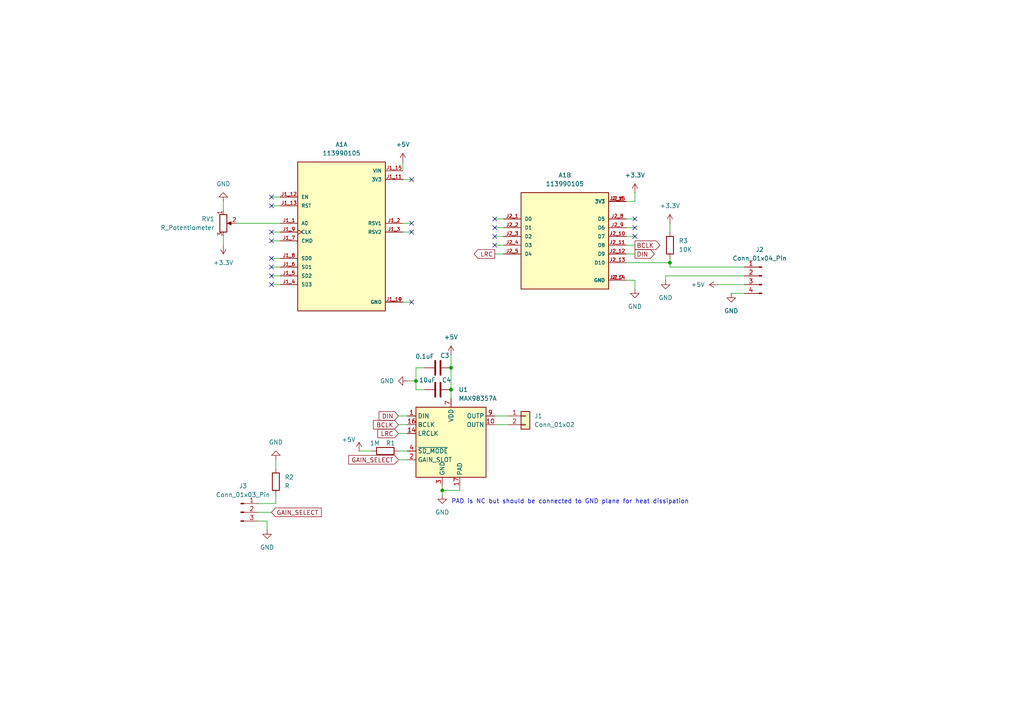
<source format=kicad_sch>
(kicad_sch (version 20231120) (generator "eeschema") (generator_version "8.0")
  (paper "A4")
  (lib_symbols
    (symbol "Audio:MAX98357A"
      (property "Reference" "U" (at -8.89 11.43 0))
      (property "Value" "MAX98357A" (at 10.16 11.43 0))
      (symbol "MAX98357A_1_1"
        (rectangle (start -10.16 10.16) (end 10.16 -10.16) (stroke (width 0.254)) (fill (type background)))
        (pin input line (at -12.7 7.62 0) (length 2.54) (name "DIN") (number "1"))
        (pin output line (at 12.7 5.08 180) (length 2.54) (name "OUTN") (number "10"))
        (pin passive line (at -2.54 -12.7 90) (length 2.54) hide (name "GND") (number "11"))
        (pin no_connect line (at 10.16 -5.08 180) (length 2.54) hide (name "NC") (number "12"))
        (pin no_connect line (at 10.16 -7.62 180) (length 2.54) hide (name "NC") (number "13"))
        (pin input line (at -12.7 2.54 0) (length 2.54) (name "LRCLK") (number "14"))
        (pin passive line (at -2.54 -12.7 90) (length 2.54) hide (name "GND") (number "15"))
        (pin input line (at -12.7 5.08 0) (length 2.54) (name "BCLK") (number "16"))
        (pin unspecified line (at 2.54 -12.7 90) (length 2.54) (name "PAD") (number "17"))
        (pin passive line (at -12.7 -5.08 0) (length 2.54) (name "GAIN_SLOT") (number "2"))
        (pin power_in line (at -2.54 -12.7 90) (length 2.54) (name "GND") (number "3"))
        (pin input line (at -12.7 -2.54 0) (length 2.54) (name "~{SD_MODE}") (number "4"))
        (pin no_connect line (at 10.16 2.54 180) (length 2.54) hide (name "NC") (number "5"))
        (pin no_connect line (at 10.16 0 180) (length 2.54) hide (name "NC") (number "6"))
        (pin power_in line (at 0 12.7 270) (length 2.54) (name "VDD") (number "7"))
        (pin passive line (at 0 12.7 270) (length 2.54) hide (name "VDD") (number "8"))
        (pin output line (at 12.7 7.62 180) (length 2.54) (name "OUTP") (number "9"))
      )
    )
    (symbol "Connector:Conn_01x03_Pin" (pin_names (offset 1.016) hide)
      (property "Reference" "J" (at 0 5.08 0))
      (property "Value" "Conn_01x03_Pin" (at 0 -5.08 0))
      (symbol "Conn_01x03_Pin_1_1"
        (polyline (pts (xy 1.27 -2.54) (xy 0.8636 -2.54)) (stroke (width 0.1524)))
        (polyline (pts (xy 1.27 0) (xy 0.8636 0)) (stroke (width 0.1524)))
        (polyline (pts (xy 1.27 2.54) (xy 0.8636 2.54)) (stroke (width 0.1524)))
        (rectangle (start 0.8636 -2.413) (end 0 -2.667) (stroke (width 0.1524)) (fill (type outline)))
        (rectangle (start 0.8636 0.127) (end 0 -0.127) (stroke (width 0.1524)) (fill (type outline)))
        (rectangle (start 0.8636 2.667) (end 0 2.413) (stroke (width 0.1524)) (fill (type outline)))
        (pin passive line (at 5.08 2.54 180) (length 3.81) (name "Pin_1") (number "1"))
        (pin passive line (at 5.08 0 180) (length 3.81) (name "Pin_2") (number "2"))
        (pin passive line (at 5.08 -2.54 180) (length 3.81) (name "Pin_3") (number "3"))
      )
    )
    (symbol "Connector:Conn_01x04_Pin" (pin_names (offset 1.016) hide)
      (property "Reference" "J" (at 0 5.08 0))
      (property "Value" "Conn_01x04_Pin" (at 0 -7.62 0))
      (symbol "Conn_01x04_Pin_1_1"
        (polyline (pts (xy 1.27 -5.08) (xy 0.8636 -5.08)) (stroke (width 0.1524)))
        (polyline (pts (xy 1.27 -2.54) (xy 0.8636 -2.54)) (stroke (width 0.1524)))
        (polyline (pts (xy 1.27 0) (xy 0.8636 0)) (stroke (width 0.1524)))
        (polyline (pts (xy 1.27 2.54) (xy 0.8636 2.54)) (stroke (width 0.1524)))
        (rectangle (start 0.8636 -4.953) (end 0 -5.207) (stroke (width 0.1524)) (fill (type outline)))
        (rectangle (start 0.8636 -2.413) (end 0 -2.667) (stroke (width 0.1524)) (fill (type outline)))
        (rectangle (start 0.8636 0.127) (end 0 -0.127) (stroke (width 0.1524)) (fill (type outline)))
        (rectangle (start 0.8636 2.667) (end 0 2.413) (stroke (width 0.1524)) (fill (type outline)))
        (pin passive line (at 5.08 2.54 180) (length 3.81) (name "Pin_1") (number "1"))
        (pin passive line (at 5.08 0 180) (length 3.81) (name "Pin_2") (number "2"))
        (pin passive line (at 5.08 -2.54 180) (length 3.81) (name "Pin_3") (number "3"))
        (pin passive line (at 5.08 -5.08 180) (length 3.81) (name "Pin_4") (number "4"))
      )
    )
    (symbol "Connector_Generic:Conn_01x02" (pin_names (offset 1.016) hide)
      (property "Reference" "J" (at 0 2.54 0))
      (property "Value" "Conn_01x02" (at 0 -5.08 0))
      (symbol "Conn_01x02_1_1"
        (rectangle (start -1.27 -2.413) (end 0 -2.667) (stroke (width 0.1524)))
        (rectangle (start -1.27 0.127) (end 0 -0.127) (stroke (width 0.1524)))
        (rectangle (start -1.27 1.27) (end 1.27 -3.81) (stroke (width 0.254)) (fill (type background)))
        (pin passive line (at -5.08 0 0) (length 3.81) (name "Pin_1") (number "1"))
        (pin passive line (at -5.08 -2.54 0) (length 3.81) (name "Pin_2") (number "2"))
      )
    )
    (symbol "Device:C" (pin_numbers hide) (pin_names (offset 0.254))
      (property "Reference" "C" (at 0.635 2.54 0))
      (property "Value" "C" (at 0.635 -2.54 0))
      (symbol "C_0_1"
        (polyline (pts (xy -2.032 -0.762) (xy 2.032 -0.762)) (stroke (width 0.508)))
        (polyline (pts (xy -2.032 0.762) (xy 2.032 0.762)) (stroke (width 0.508)))
      )
      (symbol "C_1_1"
        (pin passive line (at 0 3.81 270) (length 2.794) (name "~") (number "1"))
        (pin passive line (at 0 -3.81 90) (length 2.794) (name "~") (number "2"))
      )
    )
    (symbol "Device:R" (pin_numbers hide) (pin_names (offset 0))
      (property "Reference" "R" (at 2.032 0 90))
      (property "Value" "R" (at 0 0 90))
      (symbol "R_0_1"
        (rectangle (start -1.016 -2.54) (end 1.016 2.54) (stroke (width 0.254)))
      )
      (symbol "R_1_1"
        (pin passive line (at 0 3.81 270) (length 1.27) (name "~") (number "1"))
        (pin passive line (at 0 -3.81 90) (length 1.27) (name "~") (number "2"))
      )
    )
    (symbol "Device:R_Potentiometer" (pin_names (offset 1.016) hide)
      (property "Reference" "RV" (at -4.445 0 90))
      (property "Value" "R_Potentiometer" (at -2.54 0 90))
      (symbol "R_Potentiometer_0_1"
        (polyline (pts (xy 2.54 0) (xy 1.524 0)))
        (polyline (pts (xy 1.143 0) (xy 2.286 0.508) (xy 2.286 -0.508) (xy 1.143 0)) (fill (type outline)))
        (rectangle (start 1.016 2.54) (end -1.016 -2.54) (stroke (width 0.254)))
      )
      (symbol "R_Potentiometer_1_1"
        (pin passive line (at 0 3.81 270) (length 1.27) (name "1") (number "1"))
        (pin passive line (at 3.81 0 180) (length 1.27) (name "2") (number "2"))
        (pin passive line (at 0 -3.81 90) (length 1.27) (name "3") (number "3"))
      )
    )
    (symbol "nodemcu:113990105" (pin_names (offset 1.016))
      (property "Reference" "A" (at -12.7 21.59 0))
      (property "Value" "113990105" (at -12.7 -24.13 0))
      (symbol "113990105_1_0"
        (rectangle (start -12.7 -22.86) (end 12.7 20.32) (stroke (width 0.254)) (fill (type background)))
        (pin bidirectional line (at -17.78 2.54 0) (length 5.08) (name "A0") (number "J1_1"))
        (pin power_in line (at 17.78 -20.32 180) (length 5.08) (name "GND") (number "J1_10"))
        (pin power_in line (at 17.78 15.24 180) (length 5.08) (name "3V3") (number "J1_11"))
        (pin input line (at -17.78 10.16 0) (length 5.08) (name "EN") (number "J1_12"))
        (pin input line (at -17.78 7.62 0) (length 5.08) (name "RST") (number "J1_13"))
        (pin power_in line (at 17.78 -20.32 180) (length 5.08) (name "GND") (number "J1_14"))
        (pin power_in line (at 17.78 17.78 180) (length 5.08) (name "VIN") (number "J1_15"))
        (pin bidirectional line (at 17.78 2.54 180) (length 5.08) (name "RSV1") (number "J1_2"))
        (pin bidirectional line (at 17.78 0 180) (length 5.08) (name "RSV2") (number "J1_3"))
        (pin bidirectional line (at -17.78 -15.24 0) (length 5.08) (name "SD3") (number "J1_4"))
        (pin bidirectional line (at -17.78 -12.7 0) (length 5.08) (name "SD2") (number "J1_5"))
        (pin bidirectional line (at -17.78 -10.16 0) (length 5.08) (name "SD1") (number "J1_6"))
        (pin bidirectional line (at -17.78 -2.54 0) (length 5.08) (name "CMD") (number "J1_7"))
        (pin bidirectional line (at -17.78 -7.62 0) (length 5.08) (name "SD0") (number "J1_8"))
        (pin bidirectional clock (at -17.78 0 0) (length 5.08) (name "CLK") (number "J1_9"))
      )
      (symbol "113990105_2_0"
        (rectangle (start -12.7 -15.24) (end 12.7 12.7) (stroke (width 0.254)) (fill (type background)))
        (pin bidirectional line (at -17.78 5.08 0) (length 5.08) (name "D0") (number "J2_1"))
        (pin bidirectional line (at 17.78 0 180) (length 5.08) (name "D7") (number "J2_10"))
        (pin bidirectional line (at 17.78 -2.54 180) (length 5.08) (name "D8") (number "J2_11"))
        (pin bidirectional line (at 17.78 -5.08 180) (length 5.08) (name "D9") (number "J2_12"))
        (pin bidirectional line (at 17.78 -7.62 180) (length 5.08) (name "D10") (number "J2_13"))
        (pin power_in line (at 17.78 -12.7 180) (length 5.08) (name "GND") (number "J2_14"))
        (pin power_in line (at 17.78 10.16 180) (length 5.08) (name "3V3") (number "J2_15"))
        (pin bidirectional line (at -17.78 2.54 0) (length 5.08) (name "D1") (number "J2_2"))
        (pin bidirectional line (at -17.78 0 0) (length 5.08) (name "D2") (number "J2_3"))
        (pin bidirectional line (at -17.78 -2.54 0) (length 5.08) (name "D3") (number "J2_4"))
        (pin bidirectional line (at -17.78 -5.08 0) (length 5.08) (name "D4") (number "J2_5"))
        (pin power_in line (at 17.78 10.16 180) (length 5.08) (name "3V3") (number "J2_6"))
        (pin power_in line (at 17.78 -12.7 180) (length 5.08) (name "GND") (number "J2_7"))
        (pin bidirectional line (at 17.78 5.08 180) (length 5.08) (name "D5") (number "J2_8"))
        (pin bidirectional line (at 17.78 2.54 180) (length 5.08) (name "D6") (number "J2_9"))
      )
    )
    (symbol "power:+3.3V" (power) (pin_numbers hide) (pin_names (offset 0) hide)
      (property "Value" "+3.3V" (at 0 3.556 0))
      (symbol "+3.3V_0_1"
        (polyline (pts (xy -0.762 1.27) (xy 0 2.54)))
        (polyline (pts (xy 0 0) (xy 0 2.54)))
        (polyline (pts (xy 0 2.54) (xy 0.762 1.27)))
      )
      (symbol "+3.3V_1_1"
        (pin power_in line (at 0 0 90) (length 0) (name "~") (number "1"))
      )
    )
    (symbol "power:+5V" (power) (pin_numbers hide) (pin_names (offset 0) hide)
      (property "Value" "+5V" (at 0 3.556 0))
      (symbol "+5V_0_1"
        (polyline (pts (xy -0.762 1.27) (xy 0 2.54)))
        (polyline (pts (xy 0 0) (xy 0 2.54)))
        (polyline (pts (xy 0 2.54) (xy 0.762 1.27)))
      )
      (symbol "+5V_1_1"
        (pin power_in line (at 0 0 90) (length 0) (name "~") (number "1"))
      )
    )
    (symbol "power:GND" (power) (pin_numbers hide) (pin_names (offset 0) hide)
      (property "Value" "GND" (at 0 -3.81 0))
      (symbol "GND_0_1"
        (polyline (pts (xy 0 0) (xy 0 -1.27) (xy 1.27 -1.27) (xy 0 -2.54) (xy -1.27 -1.27) (xy 0 -1.27)))
      )
      (symbol "GND_1_1"
        (pin power_in line (at 0 0 270) (length 0) (name "~") (number "1"))
      )
    )
  )
  (junction (at 130.81 106.68))
  (junction (at 128.27 142.24))
  (junction (at 194.31 76.2))
  (junction (at 130.81 113.03))
  (junction (at 120.65 110.49))
  (no_connect (at 119.38 67.31))
  (no_connect (at 78.74 69.85))
  (no_connect (at 184.15 66.04))
  (no_connect (at 184.15 63.5))
  (no_connect (at 184.15 68.58))
  (no_connect (at 78.74 74.93))
  (no_connect (at 78.74 77.47))
  (no_connect (at 78.74 80.01))
  (no_connect (at 78.74 82.55))
  (no_connect (at 143.51 68.58))
  (no_connect (at 119.38 52.07))
  (no_connect (at 143.51 63.5))
  (no_connect (at 119.38 64.77))
  (no_connect (at 78.74 67.31))
  (no_connect (at 143.51 71.12))
  (no_connect (at 78.74 57.15))
  (no_connect (at 78.74 59.69))
  (no_connect (at 119.38 87.63))
  (no_connect (at 143.51 66.04))
  (wire (pts (xy 143.51 73.66) (xy 146.05 73.66)))
  (wire (pts (xy 104.14 130.81) (xy 107.95 130.81)))
  (wire (pts (xy 115.57 123.19) (xy 118.11 123.19)))
  (wire (pts (xy 181.61 71.12) (xy 184.15 71.12)))
  (wire (pts (xy 181.61 76.2) (xy 194.31 76.2)))
  (wire (pts (xy 193.04 80.01) (xy 215.9 80.01)))
  (wire (pts (xy 120.65 110.49) (xy 120.65 113.03)))
  (wire (pts (xy 212.09 85.09) (xy 215.9 85.09)))
  (wire (pts (xy 181.61 81.28) (xy 184.15 81.28)))
  (wire (pts (xy 194.31 74.93) (xy 194.31 76.2)))
  (wire (pts (xy 194.31 64.77) (xy 194.31 67.31)))
  (wire (pts (xy 143.51 71.12) (xy 146.05 71.12)))
  (wire (pts (xy 115.57 133.35) (xy 118.11 133.35)))
  (wire (pts (xy 181.61 66.04) (xy 184.15 66.04)))
  (wire (pts (xy 120.65 106.68) (xy 120.65 110.49)))
  (wire (pts (xy 194.31 76.2) (xy 194.31 77.47)))
  (wire (pts (xy 116.84 87.63) (xy 119.38 87.63)))
  (wire (pts (xy 115.57 120.65) (xy 118.11 120.65)))
  (wire (pts (xy 184.15 55.88) (xy 184.15 58.42)))
  (wire (pts (xy 181.61 73.66) (xy 184.15 73.66)))
  (wire (pts (xy 116.84 67.31) (xy 119.38 67.31)))
  (wire (pts (xy 128.27 140.97) (xy 128.27 142.24)))
  (wire (pts (xy 143.51 63.5) (xy 146.05 63.5)))
  (wire (pts (xy 115.57 125.73) (xy 118.11 125.73)))
  (wire (pts (xy 130.81 106.68) (xy 130.81 113.03)))
  (wire (pts (xy 78.74 74.93) (xy 81.28 74.93)))
  (wire (pts (xy 133.35 140.97) (xy 133.35 142.24)))
  (wire (pts (xy 78.74 69.85) (xy 81.28 69.85)))
  (wire (pts (xy 115.57 130.81) (xy 118.11 130.81)))
  (wire (pts (xy 64.77 68.58) (xy 64.77 71.12)))
  (wire (pts (xy 143.51 120.65) (xy 147.32 120.65)))
  (wire (pts (xy 184.15 81.28) (xy 184.15 83.82)))
  (wire (pts (xy 78.74 67.31) (xy 81.28 67.31)))
  (wire (pts (xy 78.74 59.69) (xy 81.28 59.69)))
  (wire (pts (xy 78.74 82.55) (xy 81.28 82.55)))
  (wire (pts (xy 116.84 46.99) (xy 116.84 49.53)))
  (wire (pts (xy 77.47 151.13) (xy 77.47 153.67)))
  (wire (pts (xy 74.93 146.05) (xy 80.01 146.05)))
  (wire (pts (xy 74.93 148.59) (xy 78.74 148.59)))
  (wire (pts (xy 78.74 80.01) (xy 81.28 80.01)))
  (wire (pts (xy 80.01 146.05) (xy 80.01 143.51)))
  (wire (pts (xy 130.81 102.87) (xy 130.81 106.68)))
  (wire (pts (xy 181.61 63.5) (xy 184.15 63.5)))
  (wire (pts (xy 143.51 68.58) (xy 146.05 68.58)))
  (wire (pts (xy 130.81 113.03) (xy 130.81 115.57)))
  (wire (pts (xy 194.31 77.47) (xy 215.9 77.47)))
  (wire (pts (xy 143.51 123.19) (xy 147.32 123.19)))
  (wire (pts (xy 64.77 58.42) (xy 64.77 60.96)))
  (wire (pts (xy 120.65 106.68) (xy 123.19 106.68)))
  (wire (pts (xy 116.84 64.77) (xy 119.38 64.77)))
  (wire (pts (xy 68.58 64.77) (xy 81.28 64.77)))
  (wire (pts (xy 128.27 142.24) (xy 128.27 143.51)))
  (wire (pts (xy 120.65 113.03) (xy 123.19 113.03)))
  (wire (pts (xy 193.04 80.01) (xy 193.04 81.28)))
  (wire (pts (xy 78.74 77.47) (xy 81.28 77.47)))
  (wire (pts (xy 78.74 57.15) (xy 81.28 57.15)))
  (wire (pts (xy 181.61 68.58) (xy 184.15 68.58)))
  (wire (pts (xy 143.51 66.04) (xy 146.05 66.04)))
  (wire (pts (xy 181.61 58.42) (xy 184.15 58.42)))
  (wire (pts (xy 116.84 52.07) (xy 119.38 52.07)))
  (wire (pts (xy 74.93 151.13) (xy 77.47 151.13)))
  (wire (pts (xy 80.01 133.35) (xy 80.01 135.89)))
  (wire (pts (xy 118.11 110.49) (xy 120.65 110.49)))
  (wire (pts (xy 133.35 142.24) (xy 128.27 142.24)))
  (wire (pts (xy 208.28 82.55) (xy 215.9 82.55)))
  (text "PAD is NC but should be connected to GND plane for heat dissipation\n" (at 165.354 145.542 0) (effects (font (size 1.27 1.27))))
  (global_label "LRC" (shape output) (at 143.51 73.66 180) (property "Intersheetrefs" "${INTERSHEET_REFS}" (effects (hide yes))))
  (global_label "BCLK" (shape input) (at 115.57 123.19 180) (property "Intersheetrefs" "${INTERSHEET_REFS}" (effects (hide yes))))
  (global_label "GAIN_SELECT" (shape input) (at 115.57 133.35 180) (property "Intersheetrefs" "${INTERSHEET_REFS}" (effects (hide yes))))
  (global_label "DIN" (shape output) (at 184.15 73.66 0) (property "Intersheetrefs" "${INTERSHEET_REFS}" (effects (hide yes))))
  (global_label "BCLK" (shape output) (at 184.15 71.12 0) (property "Intersheetrefs" "${INTERSHEET_REFS}" (effects (hide yes))))
  (global_label "GAIN_SELECT" (shape input) (at 78.74 148.59 0) (property "Intersheetrefs" "${INTERSHEET_REFS}" (effects (hide yes))))
  (global_label "DIN" (shape input) (at 115.57 120.65 180) (property "Intersheetrefs" "${INTERSHEET_REFS}" (effects (hide yes))))
  (global_label "LRC" (shape input) (at 115.57 125.73 180) (property "Intersheetrefs" "${INTERSHEET_REFS}" (effects (hide yes))))
  (symbol (lib_id "power:+5V") (at 208.28 82.55 90) (unit 1)
    (property "Reference" "#PWR014" (effects (hide yes)))
    (property "Value" "+5V" (at 204.47 82.5499 90) (effects (justify left)))
    (property "Description" "Power symbol creates a global label with name \"+5V\"" (effects (hide yes)))
  )
  (symbol (lib_id "Device:R_Potentiometer") (at 64.77 64.77 0) (unit 1)
    (property "Reference" "RV1" (at 62.23 63.4999 0) (effects (justify right)))
    (property "Value" "R_Potentiometer" (at 62.23 66.0399 0) (effects (justify right)))
    (property "Footprint" "Potentiometer_THT:Potentiometer_Piher_T-16H_Single_Horizontal" (effects (hide yes)))
    (property "Description" "Potentiometer" (effects (hide yes)))
  )
  (symbol (lib_id "power:GND") (at 118.11 110.49 270) (unit 1)
    (property "Reference" "#PWR06" (effects (hide yes)))
    (property "Value" "GND" (at 114.3 110.4899 90) (effects (justify right)))
    (property "Description" "Power symbol creates a global label with name \"GND\" , ground" (effects (hide yes)))
  )
  (symbol (lib_id "power:+3.3V") (at 64.77 71.12 180) (unit 1)
    (property "Reference" "#PWR08" (effects (hide yes)))
    (property "Value" "+3.3V" (at 64.77 76.2 0))
    (property "Description" "Power symbol creates a global label with name \"+3.3V\"" (effects (hide yes)))
  )
  (symbol (lib_id "power:GND") (at 128.27 143.51 0) (unit 1)
    (property "Reference" "#PWR01" (effects (hide yes)))
    (property "Value" "GND" (at 128.27 148.59 0))
    (property "Description" "Power symbol creates a global label with name \"GND\" , ground" (effects (hide yes)))
  )
  (symbol (lib_id "power:+5V") (at 130.81 102.87 0) (unit 1)
    (property "Reference" "#PWR02" (effects (hide yes)))
    (property "Value" "+5V" (at 130.81 97.79 0))
    (property "Description" "Power symbol creates a global label with name \"+5V\"" (effects (hide yes)))
  )
  (symbol (lib_id "Device:C") (at 127 113.03 90) (unit 1)
    (property "Reference" "C4" (at 129.54 110.236 90))
    (property "Value" "10uF" (at 123.952 110.236 90))
    (property "Footprint" "Capacitor_SMD:C_0805_2012Metric_Pad1.18x1.45mm_HandSolder" (effects (hide yes)))
    (property "Description" "Unpolarized capacitor" (effects (hide yes)))
  )
  (symbol (lib_id "power:GND") (at 80.01 133.35 180) (unit 1)
    (property "Reference" "#PWR015" (effects (hide yes)))
    (property "Value" "GND" (at 80.01 128.27 0))
    (property "Description" "Power symbol creates a global label with name \"GND\" , ground" (effects (hide yes)))
  )
  (symbol (lib_id "Connector:Conn_01x03_Pin") (at 69.85 148.59 0) (unit 1)
    (property "Reference" "J3" (at 70.485 140.97 0))
    (property "Value" "Conn_01x03_Pin" (at 70.485 143.51 0))
    (property "Footprint" "Connector_PinHeader_2.54mm:PinHeader_1x03_P2.54mm_Vertical" (effects (hide yes)))
    (property "Description" "Generic connector, single row, 01x03, script generated" (effects (hide yes)))
  )
  (symbol (lib_id "power:+3.3V") (at 184.15 55.88 0) (unit 1)
    (property "Reference" "#PWR010" (effects (hide yes)))
    (property "Value" "+3.3V" (at 184.15 50.8 0))
    (property "Description" "Power symbol creates a global label with name \"+3.3V\"" (effects (hide yes)))
  )
  (symbol (lib_id "power:GND") (at 77.47 153.67 0) (unit 1)
    (property "Reference" "#PWR07" (effects (hide yes)))
    (property "Value" "GND" (at 77.47 158.75 0))
    (property "Description" "Power symbol creates a global label with name \"GND\" , ground" (effects (hide yes)))
  )
  (symbol (lib_id "power:GND") (at 64.77 58.42 180) (unit 1)
    (property "Reference" "#PWR09" (effects (hide yes)))
    (property "Value" "GND" (at 64.77 53.34 0))
    (property "Description" "Power symbol creates a global label with name \"GND\" , ground" (effects (hide yes)))
  )
  (symbol (lib_id "Device:R") (at 194.31 71.12 0) (unit 1)
    (property "Reference" "R3" (at 196.85 69.8499 0) (effects (justify left)))
    (property "Value" "10K" (at 196.85 72.3899 0) (effects (justify left)))
    (property "Footprint" "Resistor_SMD:R_0805_2012Metric_Pad1.20x1.40mm_HandSolder" (effects (hide yes)))
    (property "Description" "Resistor" (effects (hide yes)))
  )
  (symbol (lib_id "nodemcu:113990105") (at 163.83 68.58 0) (unit 2)
    (property "Reference" "A1" (at 163.83 50.8 0))
    (property "Value" "113990105" (at 163.83 53.34 0))
    (property "Footprint" "footprints:SEEED_113990105" (effects (hide yes)))
    (property "MF" "Seeed Technology" (effects (hide yes)))
    (property "MAXIMUM_PACKAGE_HEIGHT" "N/A" (effects (hide yes)))
    (property "Package" "None" (effects (hide yes)))
    (property "Price" "None" (effects (hide yes)))
    (property "Check_prices" "https://www.snapeda.com/parts/NodeMCU%20v2/Seeed+Technology+Co.%252C+Ltd/view-part/?ref=eda" (effects (hide yes)))
    (property "STANDARD" "Manufacturer Recommendations" (effects (hide yes)))
    (property "PARTREV" "N/A" (effects (hide yes)))
    (property "SnapEDA_Link" "https://www.snapeda.com/parts/NodeMCU%20v2/Seeed+Technology+Co.%252C+Ltd/view-part/?ref=snap" (effects (hide yes)))
    (property "MP" "NodeMCU v2" (effects (hide yes)))
    (property "Description_1" "\nAn open-source firmware and development kit that helps you to Prototype your IOT product within a few Lua script lines\n" (effects (hide yes)))
    (property "Availability" "Not in stock" (effects (hide yes)))
    (property "MANUFACTURER" "Seeed" (effects (hide yes)))
  )
  (symbol (lib_id "Connector:Conn_01x04_Pin") (at 220.98 80.01 0) (mirror y) (unit 1)
    (property "Reference" "J2" (at 220.345 72.39 0))
    (property "Value" "Conn_01x04_Pin" (at 220.345 74.93 0))
    (property "Footprint" "Connector_PinHeader_2.54mm:PinHeader_1x04_P2.54mm_Vertical" (effects (hide yes)))
    (property "Description" "Generic connector, single row, 01x04, script generated" (effects (hide yes)))
  )
  (symbol (lib_id "power:+5V") (at 104.14 130.81 0) (unit 1)
    (property "Reference" "#PWR05" (effects (hide yes)))
    (property "Value" "+5V" (at 101.092 127.508 0))
    (property "Description" "Power symbol creates a global label with name \"+5V\"" (effects (hide yes)))
  )
  (symbol (lib_id "power:+3.3V") (at 194.31 64.77 0) (unit 1)
    (property "Reference" "#PWR012" (effects (hide yes)))
    (property "Value" "+3.3V" (at 194.31 59.69 0))
    (property "Description" "Power symbol creates a global label with name \"+3.3V\"" (effects (hide yes)))
  )
  (symbol (lib_id "power:GND") (at 184.15 83.82 0) (unit 1)
    (property "Reference" "#PWR04" (effects (hide yes)))
    (property "Value" "GND" (at 184.15 88.9 0))
    (property "Description" "Power symbol creates a global label with name \"GND\" , ground" (effects (hide yes)))
  )
  (symbol (lib_id "power:GND") (at 193.04 81.28 0) (unit 1)
    (property "Reference" "#PWR011" (effects (hide yes)))
    (property "Value" "GND" (at 193.04 86.36 0))
    (property "Description" "Power symbol creates a global label with name \"GND\" , ground" (effects (hide yes)))
  )
  (symbol (lib_id "Device:R") (at 111.76 130.81 90) (unit 1)
    (property "Reference" "R1" (at 113.284 128.524 90))
    (property "Value" "1M" (at 108.712 128.524 90))
    (property "Footprint" "Resistor_SMD:R_0805_2012Metric_Pad1.20x1.40mm_HandSolder" (effects (hide yes)))
    (property "Description" "Resistor" (effects (hide yes)))
  )
  (symbol (lib_id "power:+5V") (at 116.84 46.99 0) (unit 1)
    (property "Reference" "#PWR03" (effects (hide yes)))
    (property "Value" "+5V" (at 116.84 41.91 0))
    (property "Description" "Power symbol creates a global label with name \"+5V\"" (effects (hide yes)))
  )
  (symbol (lib_id "power:GND") (at 212.09 85.09 0) (unit 1)
    (property "Reference" "#PWR013" (effects (hide yes)))
    (property "Value" "GND" (at 212.09 90.17 0))
    (property "Description" "Power symbol creates a global label with name \"GND\" , ground" (effects (hide yes)))
  )
  (symbol (lib_id "Audio:MAX98357A") (at 130.81 128.27 0) (unit 1)
    (property "Reference" "U1" (at 133.0041 113.03 0) (effects (justify left)))
    (property "Value" "MAX98357A" (at 133.0041 115.57 0) (effects (justify left)))
    (property "Footprint" "Package_DFN_QFN:TQFN-16-1EP_3x3mm_P0.5mm_EP1.23x1.23mm" (effects (hide yes)))
    (property "Datasheet" "https://www.analog.com/media/en/technical-documentation/data-sheets/MAX98357A-MAX98357B.pdf" (effects (hide yes)))
    (property "Description" "Mono DAC with amplifier, I2S, PCM, TDM, 32-bit, 96khz, 3.2W, TQFP-16" (effects (hide yes)))
  )
  (symbol (lib_id "nodemcu:113990105") (at 99.06 67.31 0) (unit 1)
    (property "Reference" "A1" (at 99.06 41.91 0))
    (property "Value" "113990105" (at 99.06 44.45 0))
    (property "Footprint" "footprints:SEEED_113990105" (effects (hide yes)))
    (property "MF" "Seeed Technology" (effects (hide yes)))
    (property "MAXIMUM_PACKAGE_HEIGHT" "N/A" (effects (hide yes)))
    (property "Package" "None" (effects (hide yes)))
    (property "Price" "None" (effects (hide yes)))
    (property "Check_prices" "https://www.snapeda.com/parts/NodeMCU%20v2/Seeed+Technology+Co.%252C+Ltd/view-part/?ref=eda" (effects (hide yes)))
    (property "STANDARD" "Manufacturer Recommendations" (effects (hide yes)))
    (property "PARTREV" "N/A" (effects (hide yes)))
    (property "SnapEDA_Link" "https://www.snapeda.com/parts/NodeMCU%20v2/Seeed+Technology+Co.%252C+Ltd/view-part/?ref=snap" (effects (hide yes)))
    (property "MP" "NodeMCU v2" (effects (hide yes)))
    (property "Description_1" "\nAn open-source firmware and development kit that helps you to Prototype your IOT product within a few Lua script lines\n" (effects (hide yes)))
    (property "Availability" "Not in stock" (effects (hide yes)))
    (property "MANUFACTURER" "Seeed" (effects (hide yes)))
  )
  (symbol (lib_id "Device:C") (at 127 106.68 90) (unit 1)
    (property "Reference" "C3" (at 129.032 103.124 90))
    (property "Value" "0.1uF" (at 123.19 103.378 90))
    (property "Footprint" "Capacitor_SMD:C_0805_2012Metric_Pad1.18x1.45mm_HandSolder" (effects (hide yes)))
    (property "Description" "Unpolarized capacitor" (effects (hide yes)))
  )
  (symbol (lib_id "Device:R") (at 80.01 139.7 0) (unit 1)
    (property "Reference" "R2" (at 82.55 138.4299 0) (effects (justify left)))
    (property "Value" "R" (at 82.55 140.9699 0) (effects (justify left)))
    (property "Footprint" "Resistor_SMD:R_0805_2012Metric_Pad1.20x1.40mm_HandSolder" (effects (hide yes)))
    (property "Description" "Resistor" (effects (hide yes)))
  )
  (symbol (lib_id "Connector_Generic:Conn_01x02") (at 152.4 120.65 0) (unit 1)
    (property "Reference" "J1" (at 154.94 120.6499 0) (effects (justify left)))
    (property "Value" "Conn_01x02" (at 154.94 123.1899 0) (effects (justify left)))
    (property "Footprint" "Connector_PinHeader_2.54mm:PinHeader_1x02_P2.54mm_Vertical" (effects (hide yes)))
    (property "Description" "Generic connector, single row, 01x02, script generated (kicad-library-utils/schlib/autogen/connector/)" (effects (hide yes)))
  )
)
</source>
